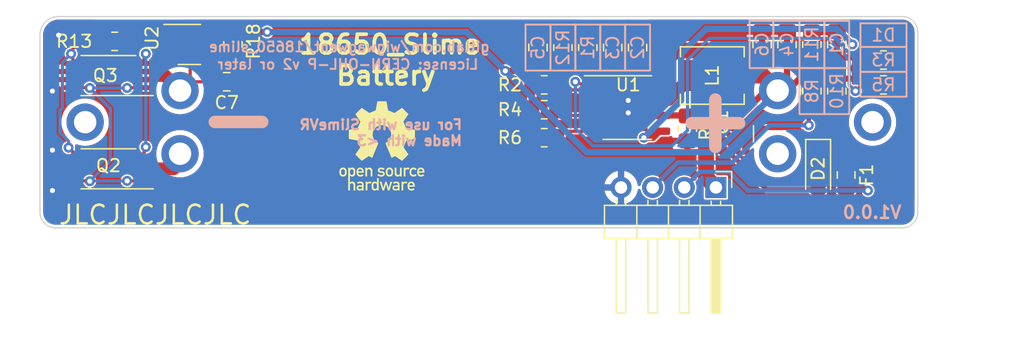
<source format=kicad_pcb>
(kicad_pcb (version 20221018) (generator pcbnew)
  (title_block (title "18650_Slime_battery") (date "2023-06-18") (rev "V1.0.0") (company "gitlab.com/wigwagwent/18650_slime") (comment 1 "Licensed under CERN-OHL-P v2 or later") (comment 2 "For use with SlimeVR and made with <3"))
  (layers (0 "F.Cu" signal) (31 "B.Cu" signal) (34 "B.Paste" user) (35 "F.Paste" user) (36 "B.SilkS" user "B.Silkscreen") (37 "F.SilkS" user "F.Silkscreen") (38 "B.Mask" user) (39 "F.Mask" user) (44 "Edge.Cuts" user))
  (net 0 "")
  (net 1 "GND")
  (net 2 "B_SENSE")
  (net 3 "+5P")
  (net 4 "+BATT")
  (net 5 "-BATT")
  (net 6 "Net-(U1-BAT)")
  (net 7 "+5V")
  (net 8 "Net-(C5-Pad2)")
  (net 9 "Net-(U2-VCC)")
  (net 10 "Net-(D1-A)")
  (net 11 "Net-(D2-K)")
  (net 12 "Net-(U1-SW)")
  (net 13 "Net-(Q2-D1{slash}D2-Pad1)")
  (net 14 "Net-(U1-TEST)")
  (net 15 "Net-(U1-D1)")
  (net 16 "Net-(U1-D2)")
  (net 17 "Net-(U1-NTC)")
  (net 18 "Net-(U1-ICHG)")
  (net 19 "Net-(U2-CS)")
  (net 20 "OD")
  (net 21 "OC")
  (footprint "Connector_PinHeader_2.54mm:PinHeader_1x04_P2.54mm_Horizontal" (layer "F.Cu") (at 107.29 68.8 -90)
    (fp_text reference "J1" hide)
    (fp_text value "Conn_01x04_Male")
    (pad "1" thru_hole rect locked (at 0 0 270) (size 1.7 1.7) (drill 1) (layers "*.Cu" "*.Mask") (net 7 "+5V"))
    (pad "2" thru_hole oval locked (at 0 2.54 270) (size 1.7 1.7) (drill 1) (layers "*.Cu" "*.Mask") (net 3 "+5P"))
    (pad "3" thru_hole oval locked (at 0 5.08 270) (size 1.7 1.7) (drill 1) (layers "*.Cu" "*.Mask") (net 2 "B_SENSE"))
    (pad "4" thru_hole oval locked (at 0 7.62 270) (size 1.7 1.7) (drill 1) (layers "*.Cu" "*.Mask") (net 1 "GND"))
  )
  (footprint "Resistor_SMD:R_0805_2012Metric_Pad1.20x1.40mm_HandSolder" (layer "F.Cu") (at 93.5 62.55 180)
    (fp_text reference "R4" (at 2.75 0) (layer "F.SilkS"))
    (fp_text value "1K")
    (pad "1" smd roundrect (at -1 0 180) (size 1.2 1.4) (layers "F.Cu" "F.Paste" "F.Mask") (roundrect_rratio 0.2083333333) (net 16 "Net-(U1-D2)"))
    (pad "2" smd roundrect (at 1 0 180) (size 1.2 1.4) (layers "F.Cu" "F.Paste" "F.Mask") (roundrect_rratio 0.2083333333) (net 4 "+BATT"))
  )
  (footprint "Resistor_SMD:R_0805_2012Metric_Pad1.20x1.40mm_HandSolder" (layer "F.Cu") (at 115 61.05 -90)
    (fp_text reference "R8" (at 0 0 -270) (layer "B.SilkS") (effects (justify mirror)))
    (fp_text value "120K")
    (pad "1" smd roundrect (at -1 0 270) (size 1.2 1.4) (layers "F.Cu" "F.Paste" "F.Mask") (roundrect_rratio 0.2083333333) (net 4 "+BATT"))
    (pad "2" smd roundrect (at 1 0 270) (size 1.2 1.4) (layers "F.Cu" "F.Paste" "F.Mask") (roundrect_rratio 0.2083333333) (net 2 "B_SENSE"))
  )
  (footprint "Capacitor_SMD:C_0805_2012Metric_Pad1.18x1.45mm_HandSolder" (layer "F.Cu") (at 93 57.55 90)
    (fp_text reference "C5" (at 0 0 -270) (layer "B.SilkS") (effects (justify mirror)))
    (fp_text value "10uF")
    (pad "1" smd roundrect (at -1.0375 0 90) (size 1.175 1.45) (layers "F.Cu" "F.Paste" "F.Mask") (roundrect_rratio 0.2127659574) (net 1 "GND"))
    (pad "2" smd roundrect (at 1.0375 0 90) (size 1.175 1.45) (layers "F.Cu" "F.Paste" "F.Mask") (roundrect_rratio 0.2127659574) (net 8 "Net-(C5-Pad2)"))
  )
  (footprint "Resistor_SMD:R_0805_2012Metric_Pad1.20x1.40mm_HandSolder" (layer "F.Cu") (at 95 57.55 -90)
    (fp_text reference "R12" (at 0 0 -270) (layer "B.SilkS") (effects (justify mirror)))
    (fp_text value "0.5R")
    (pad "1" smd roundrect (at -1 0 270) (size 1.2 1.4) (layers "F.Cu" "F.Paste" "F.Mask") (roundrect_rratio 0.2083333333) (net 8 "Net-(C5-Pad2)"))
    (pad "2" smd roundrect (at 1 0 270) (size 1.2 1.4) (layers "F.Cu" "F.Paste" "F.Mask") (roundrect_rratio 0.2083333333) (net 7 "+5V"))
  )
  (footprint "Resistor_SMD:R_0805_2012Metric_Pad1.20x1.40mm_HandSolder" (layer "F.Cu") (at 105 64.05 -90)
    (fp_text reference "R9" (at 0 -1.5 90) (layer "F.SilkS"))
    (fp_text value "DNP")
    (pad "1" smd roundrect (at -1 0 270) (size 1.2 1.4) (layers "F.Cu" "F.Paste" "F.Mask") (roundrect_rratio 0.2083333333) (net 18 "Net-(U1-ICHG)"))
    (pad "2" smd roundrect (at 1 0 270) (size 1.2 1.4) (layers "F.Cu" "F.Paste" "F.Mask") (roundrect_rratio 0.2083333333) (net 1 "GND"))
  )
  (footprint "Resistor_SMD:R_0805_2012Metric_Pad1.20x1.40mm_HandSolder" (layer "F.Cu") (at 68.5 57.3 -90)
    (fp_text reference "R18" (at -0.25 -1.65 90) (layer "F.SilkS"))
    (fp_text value "100R")
    (pad "1" smd roundrect (at -1 0 270) (size 1.2 1.4) (layers "F.Cu" "F.Paste" "F.Mask") (roundrect_rratio 0.2083333333) (net 4 "+BATT"))
    (pad "2" smd roundrect (at 1 0 270) (size 1.2 1.4) (layers "F.Cu" "F.Paste" "F.Mask") (roundrect_rratio 0.2083333333) (net 9 "Net-(U2-VCC)"))
  )
  (footprint "Resistor_SMD:R_0805_2012Metric_Pad1.20x1.40mm_HandSolder" (layer "F.Cu") (at 120.75 60.55 180)
    (fp_text reference "R5" (at 0 0) (layer "B.SilkS") (effects (justify mirror)))
    (fp_text value "DNP")
    (pad "1" smd roundrect (at -1 0 180) (size 1.2 1.4) (layers "F.Cu" "F.Paste" "F.Mask") (roundrect_rratio 0.2083333333) (net 1 "GND"))
    (pad "2" smd roundrect (at 1 0 180) (size 1.2 1.4) (layers "F.Cu" "F.Paste" "F.Mask") (roundrect_rratio 0.2083333333) (net 15 "Net-(U1-D1)"))
  )
  (footprint "Resistor_SMD:R_0805_2012Metric_Pad1.20x1.40mm_HandSolder" (layer "F.Cu") (at 117 61.05 90)
    (fp_text reference "R10" (at 0 0 -270) (layer "B.SilkS") (effects (justify mirror)))
    (fp_text value "30K")
    (pad "1" smd roundrect (at -1 0 90) (size 1.2 1.4) (layers "F.Cu" "F.Paste" "F.Mask") (roundrect_rratio 0.2083333333) (net 2 "B_SENSE"))
    (pad "2" smd roundrect (at 1 0 90) (size 1.2 1.4) (layers "F.Cu" "F.Paste" "F.Mask") (roundrect_rratio 0.2083333333) (net 1 "GND"))
  )
  (footprint "Package_SO:TSSOP-8_4.4x3mm_P0.65mm" (layer "F.Cu") (at 58.5 67.3 180)
    (fp_text reference "Q2" (at 0 0.25) (layer "F.SilkS"))
    (fp_text value "S8205A")
    (pad "1" smd roundrect (at -2.8625 -0.975 180) (size 1.475 0.4) (layers "F.Cu" "F.Paste" "F.Mask") (net 13 "Net-(Q2-D1{slash}D2-Pad1)"))
    (pad "2" smd roundrect (at -2.8625 -0.325 180) (size 1.475 0.4) (layers "F.Cu" "F.Paste" "F.Mask") (net 5 "-BATT"))
    (pad "3" smd roundrect (at -2.8625 0.325 180) (size 1.475 0.4) (layers "F.Cu" "F.Paste" "F.Mask") (net 5 "-BATT"))
    (pad "4" smd roundrect (at -2.8625 0.975 180) (size 1.475 0.4) (layers "F.Cu" "F.Paste" "F.Mask") (net 20 "OD"))
    (pad "5" smd roundrect (at 2.8625 0.975 180) (size 1.475 0.4) (layers "F.Cu" "F.Paste" "F.Mask") (net 21 "OC"))
    (pad "6" smd roundrect (at 2.8625 0.325 180) (size 1.475 0.4) (layers "F.Cu" "F.Paste" "F.Mask") (net 1 "GND"))
    (pad "7" smd roundrect (at 2.8625 -0.325 180) (size 1.475 0.4) (layers "F.Cu" "F.Paste" "F.Mask") (net 1 "GND"))
    (pad "8" smd roundrect (at 2.8625 -0.975 180) (size 1.475 0.4) (layers "F.Cu" "F.Paste" "F.Mask") (net 13 "Net-(Q2-D1{slash}D2-Pad1)"))
  )
  (footprint "Package_TO_SOT_SMD:SOT-23" (layer "F.Cu") (at 108.75 64.4875 90)
    (fp_text reference "Q1" (at 0.9375 -1 90) (layer "F.SilkS"))
    (fp_text value "CJ2305")
    (pad "1" smd roundrect (at -0.9375 -0.95 90) (size 1.475 0.6) (layers "F.Cu" "F.Paste" "F.Mask") (net 7 "+5V"))
    (pad "2" smd roundrect (at -0.9375 0.95 90) (size 1.475 0.6) (layers "F.Cu" "F.Paste" "F.Mask") (net 11 "Net-(D2-K)"))
    (pad "3" smd roundrect (at 0.9375 0 90) (size 1.475 0.6) (layers "F.Cu" "F.Paste" "F.Mask") (net 4 "+BATT"))
  )
  (footprint "Resistor_SMD:R_0805_2012Metric_Pad1.20x1.40mm_HandSolder" (layer "F.Cu") (at 115 57.3 90)
    (fp_text reference "R11" (at 0 0 -270) (layer "B.SilkS") (effects (justify mirror)))
    (fp_text value "0.5R")
    (pad "1" smd roundrect (at -1 0 90) (size 1.2 1.4) (layers "F.Cu" "F.Paste" "F.Mask") (roundrect_rratio 0.2083333333) (net 4 "+BATT"))
    (pad "2" smd roundrect (at 1 0 90) (size 1.2 1.4) (layers "F.Cu" "F.Paste" "F.Mask") (roundrect_rratio 0.2083333333) (net 6 "Net-(U1-BAT)"))
  )
  (footprint "Capacitor_SMD:C_0805_2012Metric_Pad1.18x1.45mm_HandSolder" (layer "F.Cu") (at 101 57.55 -90)
    (fp_text reference "C2" (at 0 0 -270) (layer "B.SilkS") (effects (justify mirror)))
    (fp_text value "22uF")
    (pad "1" smd roundrect (at -1.0375 0 270) (size 1.175 1.45) (layers "F.Cu" "F.Paste" "F.Mask") (roundrect_rratio 0.2127659574) (net 1 "GND"))
    (pad "2" smd roundrect (at 1.0375 0 270) (size 1.175 1.45) (layers "F.Cu" "F.Paste" "F.Mask") (roundrect_rratio 0.2127659574) (net 7 "+5V"))
  )
  (footprint "Capacitor_SMD:C_0805_2012Metric_Pad1.18x1.45mm_HandSolder" (layer "F.Cu") (at 113 57.3 90)
    (fp_text reference "C4" (at 0 0 -270) (layer "B.SilkS") (effects (justify mirror)))
    (fp_text value "22uF")
    (pad "1" smd roundrect (at -1.0375 0 90) (size 1.175 1.45) (layers "F.Cu" "F.Paste" "F.Mask") (roundrect_rratio 0.2127659574) (net 4 "+BATT"))
    (pad "2" smd roundrect (at 1.0375 0 90) (size 1.175 1.45) (layers "F.Cu" "F.Paste" "F.Mask") (roundrect_rratio 0.2127659574) (net 1 "GND"))
  )
  (footprint "Resistor_SMD:R_0805_2012Metric_Pad1.20x1.40mm_HandSolder" (layer "F.Cu") (at 97 57.55 90)
    (fp_text reference "R1" (at 0 0 -270) (layer "B.SilkS") (effects (justify mirror)))
    (fp_text value "120K")
    (pad "1" smd roundrect (at -1 0 90) (size 1.2 1.4) (layers "F.Cu" "F.Paste" "F.Mask") (roundrect_rratio 0.2083333333) (net 7 "+5V"))
    (pad "2" smd roundrect (at 1 0 90) (size 1.2 1.4) (layers "F.Cu" "F.Paste" "F.Mask") (roundrect_rratio 0.2083333333) (net 1 "GND"))
  )
  (footprint "Diode_SMD:D_SOD-123" (layer "F.Cu") (at 115.5 67.3 -90)
    (fp_text reference "D2" (at 0 0 90) (layer "F.SilkS"))
    (fp_text value "B5819W")
    (pad "1" smd roundrect (at -1.65 0 270) (size 0.9 1.2) (layers "F.Cu" "F.Paste" "F.Mask") (net 11 "Net-(D2-K)"))
    (pad "2" smd roundrect (at 1.65 0 270) (size 0.9 1.2) (layers "F.Cu" "F.Paste" "F.Mask") (net 7 "+5V"))
  )
  (footprint "Capacitor_SMD:C_0805_2012Metric_Pad1.18x1.45mm_HandSolder" (layer "F.Cu") (at 68 60.3 180)
    (fp_text reference "C7" (at 0 -1.68) (layer "F.SilkS"))
    (fp_text value "100nF")
    (pad "1" smd roundrect (at -1.0375 0 180) (size 1.175 1.45) (layers "F.Cu" "F.Paste" "F.Mask") (roundrect_rratio 0.2127659574) (net 9 "Net-(U2-VCC)"))
    (pad "2" smd roundrect (at 1.0375 0 180) (size 1.175 1.45) (layers "F.Cu" "F.Paste" "F.Mask") (roundrect_rratio 0.2127659574) (net 5 "-BATT"))
  )
  (footprint "Capacitor_SMD:C_0805_2012Metric_Pad1.18x1.45mm_HandSolder" (layer "F.Cu") (at 99 57.55 -90)
    (fp_text reference "C3" (at 0 0 -270) (layer "B.SilkS") (effects (justify mirror)))
    (fp_text value "10uF")
    (pad "1" smd roundrect (at -1.0375 0 270) (size 1.175 1.45) (layers "F.Cu" "F.Paste" "F.Mask") (roundrect_rratio 0.2127659574) (net 1 "GND"))
    (pad "2" smd roundrect (at 1.0375 0 270) (size 1.175 1.45) (layers "F.Cu" "F.Paste" "F.Mask") (roundrect_rratio 0.2127659574) (net 7 "+5V"))
  )
  (footprint "18650_Slime:IP2312" (layer "F.Cu") (at 100.175 62.375)
    (fp_text reference "U1" (at 0.075 -1.825) (layer "F.SilkS"))
    (fp_text value "IP2312")
    (pad "1" smd roundrect (at -2.6 -1.905) (size 1.7 0.6) (layers "F.Cu" "F.Paste" "F.Mask") (net 15 "Net-(U1-D1)"))
    (pad "2" smd roundrect (at -2.6 -0.635) (size 1.7 0.6) (layers "F.Cu" "F.Paste" "F.Mask") (net 14 "Net-(U1-TEST)"))
    (pad "3" smd roundrect (at -2.6 0.635) (size 1.7 0.6) (layers "F.Cu" "F.Paste" "F.Mask") (net 16 "Net-(U1-D2)"))
    (pad "4" smd roundrect (at -2.6 1.905) (size 1.7 0.6) (layers "F.Cu" "F.Paste" "F.Mask") (net 17 "Net-(U1-NTC)"))
    (pad "5" smd roundrect (at 2.6 1.905) (size 1.7 0.6) (layers "F.Cu" "F.Paste" "F.Mask") (net 6 "Net-(U1-BAT)"))
    (pad "6" smd roundrect (at 2.6 0.635) (size 1.7 0.6) (layers "F.Cu" "F.Paste" "F.Mask") (net 18 "Net-(U1-ICHG)"))
    (pad "7" smd roundrect (at 2.6 -0.635) (size 1.7 0.6) (layers "F.Cu" "F.Paste" "F.Mask") (net 12 "Net-(U1-SW)"))
    (pad "8" smd roundrect (at 2.6 -1.905) (size 1.7 0.6) (layers "F.Cu" "F.Paste" "F.Mask") (net 7 "+5V"))
    (pad "9" smd rect (at 0 0) (size 2.3 2.3) (layers "F.Cu" "F.Mask") (net 1 "GND"))
  )
  (footprint "Capacitor_SMD:C_0805_2012Metric_Pad1.18x1.45mm_HandSolder" (layer "F.Cu") (at 117 57.3 -90)
    (fp_text reference "C1" (at 0 0 -270) (layer "B.SilkS") (effects (justify mirror)))
    (fp_text value "22uF")
    (pad "1" smd roundrect (at -1.0375 0 270) (size 1.175 1.45) (layers "F.Cu" "F.Paste" "F.Mask") (roundrect_rratio 0.2127659574) (net 6 "Net-(U1-BAT)"))
    (pad "2" smd roundrect (at 1.0375 0 270) (size 1.175 1.45) (layers "F.Cu" "F.Paste" "F.Mask") (roundrect_rratio 0.2127659574) (net 1 "GND"))
  )
  (footprint "Resistor_SMD:R_0805_2012Metric_Pad1.20x1.40mm_HandSolder" (layer "F.Cu") (at 93.5 60.55 180)
    (fp_text reference "R2" (at 2.75 0) (layer "F.SilkS"))
    (fp_text value "1K")
    (pad "1" smd roundrect (at -1 0 180) (size 1.2 1.4) (layers "F.Cu" "F.Paste" "F.Mask") (roundrect_rratio 0.2083333333) (net 14 "Net-(U1-TEST)"))
    (pad "2" smd roundrect (at 1 0 180) (size 1.2 1.4) (layers "F.Cu" "F.Paste" "F.Mask") (roundrect_rratio 0.2083333333) (net 4 "+BATT"))
  )
  (footprint "Fuse:Fuse_0805_2012Metric_Pad1.15x1.40mm_HandSolder" (layer "F.Cu") (at 117.75 67.8 -90)
    (fp_text reference "F1" (at 0 -1.65 90) (layer "F.SilkS"))
    (fp_text value "350mA")
    (pad "1" smd roundrect (at -1.025 0 270) (size 1.15 1.4) (layers "F.Cu" "F.Paste" "F.Mask") (roundrect_rratio 0.2173913043) (net 11 "Net-(D2-K)"))
    (pad "2" smd roundrect (at 1.025 0 270) (size 1.15 1.4) (layers "F.Cu" "F.Paste" "F.Mask") (roundrect_rratio 0.2173913043) (net 3 "+5P"))
  )
  (footprint "Package_TO_SOT_SMD:SOT-23-6_Handsoldering" (layer "F.Cu") (at 65 57.3)
    (fp_text reference "U2" (at -3 -0.5 90) (layer "F.SilkS"))
    (fp_text value "FS312F-G")
    (pad "1" smd rect (at -1.35 -0.95) (size 1.56 0.65) (layers "F.Cu" "F.Paste" "F.Mask") (net 20 "OD"))
    (pad "2" smd rect (at -1.35 0) (size 1.56 0.65) (layers "F.Cu" "F.Paste" "F.Mask") (net 19 "Net-(U2-CS)"))
    (pad "3" smd rect (at -1.35 0.95) (size 1.56 0.65) (layers "F.Cu" "F.Paste" "F.Mask") (net 21 "OC"))
    (pad "4" smd rect (at 1.35 0.95) (size 1.56 0.65) (layers "F.Cu" "F.Paste" "F.Mask"))
    (pad "5" smd rect (at 1.35 0) (size 1.56 0.65) (layers "F.Cu" "F.Paste" "F.Mask") (net 9 "Net-(U2-VCC)"))
    (pad "6" smd rect (at 1.35 -0.95) (size 1.56 0.65) (layers "F.Cu" "F.Paste" "F.Mask") (net 5 "-BATT"))
  )
  (footprint "Package_SO:TSSOP-8_4.4x3mm_P0.65mm" (layer "F.Cu") (at 58.5 59.8 180)
    (fp_text reference "Q3" (at 0.25 0) (layer "F.SilkS"))
    (fp_text value "S8205A")
    (pad "1" smd roundrect (at -2.8625 -0.975 180) (size 1.475 0.4) (layers "F.Cu" "F.Paste" "F.Mask") (net 13 "Net-(Q2-D1{slash}D2-Pad1)"))
    (pad "2" smd roundrect (at -2.8625 -0.325 180) (size 1.475 0.4) (layers "F.Cu" "F.Paste" "F.Mask") (net 5 "-BATT"))
    (pad "3" smd roundrect (at -2.8625 0.325 180) (size 1.475 0.4) (layers "F.Cu" "F.Paste" "F.Mask") (net 5 "-BATT"))
    (pad "4" smd roundrect (at -2.8625 0.975 180) (size 1.475 0.4) (layers "F.Cu" "F.Paste" "F.Mask") (net 20 "OD"))
    (pad "5" smd roundrect (at 2.8625 0.975 180) (size 1.475 0.4) (layers "F.Cu" "F.Paste" "F.Mask") (net 21 "OC"))
    (pad "6" smd roundrect (at 2.8625 0.325 180) (size 1.475 0.4) (layers "F.Cu" "F.Paste" "F.Mask") (net 1 "GND"))
    (pad "7" smd roundrect (at 2.8625 -0.325 180) (size 1.475 0.4) (layers "F.Cu" "F.Paste" "F.Mask") (net 1 "GND"))
    (pad "8" smd roundrect (at 2.8625 -0.975 180) (size 1.475 0.4) (layers "F.Cu" "F.Paste" "F.Mask") (net 13 "Net-(Q2-D1{slash}D2-Pad1)"))
  )
  (footprint "Resistor_SMD:R_0805_2012Metric_Pad1.20x1.40mm_HandSolder" (layer "F.Cu") (at 59 57.05)
    (fp_text reference "R13" (at -3.25 0) (layer "F.SilkS"))
    (fp_text value "1K")
    (pad "1" smd roundrect (at -1 0) (size 1.2 1.4) (layers "F.Cu" "F.Paste" "F.Mask") (roundrect_rratio 0.2083333333) (net 1 "GND"))
    (pad "2" smd roundrect (at 1 0) (size 1.2 1.4) (layers "F.Cu" "F.Paste" "F.Mask") (roundrect_rratio 0.2083333333) (net 19 "Net-(U2-CS)"))
  )
  (footprint "Resistor_SMD:R_0805_2012Metric_Pad1.20x1.40mm_HandSolder" (layer "F.Cu") (at 120.75 58.55 180)
    (fp_text reference "R3" (at 0 0 -360) (layer "B.SilkS") (effects (justify mirror)))
    (fp_text value "100R")
    (pad "1" smd roundrect (at -1 0 180) (size 1.2 1.4) (layers "F.Cu" "F.Paste" "F.Mask") (roundrect_rratio 0.2083333333) (net 10 "Net-(D1-A)"))
    (pad "2" smd roundrect (at 1 0 180) (size 1.2 1.4) (layers "F.Cu" "F.Paste" "F.Mask") (roundrect_rratio 0.2083333333) (net 15 "Net-(U1-D1)"))
  )
  (footprint "18650_Slime:SMMS0420" (layer "F.Cu") (at 107 59.8)
    (fp_text reference "L1" (at 0 0 90) (layer "F.SilkS"))
    (fp_text value "1uH")
    (pad "1" smd rect (at -1.85 0) (size 1.5 2.5) (layers "F.Cu" "F.Paste" "F.Mask") (net 12 "Net-(U1-SW)"))
    (pad "2" smd rect (at 1.85 0) (size 1.5 2.5) (layers "F.Cu" "F.Paste" "F.Mask") (net 4 "+BATT"))
  )
  (footprint "LED_SMD:LED_0805_2012Metric_Pad1.15x1.40mm_HandSolder" (layer "F.Cu") (at 120.75 56.55)
    (fp_text reference "D1" (at 0 0 -360) (layer "B.SilkS") (effects (justify mirror)))
    (fp_text value "LED")
    (pad "1" smd roundrect (at -1.025 0) (size 1.15 1.4) (layers "F.Cu" "F.Paste" "F.Mask") (roundrect_rratio 0.2173913043) (net 1 "GND"))
    (pad "2" smd roundrect (at 1.025 0) (size 1.15 1.4) (layers "F.Cu" "F.Paste" "F.Mask") (roundrect_rratio 0.2173913043) (net 10 "Net-(D1-A)"))
  )
  (footprint "18650_Slime:OpenSourceLogo" (layer "F.Cu") (at 80.6 65.2)
    (fp_text reference "G***" hide)
    (fp_text value "LOGO" hide)
  )
  (footprint "Capacitor_SMD:C_0805_2012Metric_Pad1.18x1.45mm_HandSolder" (layer "F.Cu") (at 111 57.3 90)
    (fp_text reference "C6" (at 0 0 -270) (layer "B.SilkS") (effects (justify mirror)))
    (fp_text value "470nF")
    (pad "1" smd roundrect (at -1.0375 0 90) (size 1.175 1.45) (layers "F.Cu" "F.Paste" "F.Mask") (roundrect_rratio 0.2127659574) (net 4 "+BATT"))
    (pad "2" smd roundrect (at 1.0375 0 90) (size 1.175 1.45) (layers "F.Cu" "F.Paste" "F.Mask") (roundrect_rratio 0.2127659574) (net 1 "GND"))
  )
  (footprint "Resistor_SMD:R_0805_2012Metric_Pad1.20x1.40mm_HandSolder" (layer "F.Cu") (at 93.5 64.8 180)
    (fp_text reference "R6" (at 2.75 0) (layer "F.SilkS"))
    (fp_text value "51K")
    (pad "1" smd roundrect (at -1 0 180) (size 1.2 1.4) (layers "F.Cu" "F.Paste" "F.Mask") (roundrect_rratio 0.2083333333) (net 17 "Net-(U1-NTC)"))
    (pad "2" smd roundrect (at 1 0 180) (size 1.2 1.4) (layers "F.Cu" "F.Paste" "F.Mask") (roundrect_rratio 0.2083333333) (net 1 "GND"))
  )
  (footprint "18650_Slime:18650_Battery" (layer "B.Cu") (at 88.25 63.55 180)
    (fp_text reference "B1" hide)
    (fp_text value "Battery")
    (fp_text user locked "-" (at 15.55 -2.55 unlocked) (layer "B.SilkS") (effects (font (size 5 5) (thickness 1) bold) (justify left bottom mirror)))
    (fp_text user locked "+" (at -22.75 -2.65 unlocked) (layer "B.SilkS") (effects (font (size 5 5) (thickness 1) bold) (justify left bottom mirror)))
    (pad "1" thru_hole circle locked (at -31.62 0 180) (size 3 3) (drill 1.8) (layers "*.Cu" "*.Mask") (net 4 "+BATT") (clearance 0.4))
    (pad "1" thru_hole circle locked (at -24 -2.54 180) (size 3 3) (drill 1.8) (layers "*.Cu" "*.Mask") (net 4 "+BATT") (clearance 0.4))
    (pad "1" thru_hole circle locked (at -24 2.54 180) (size 3 3) (drill 1.8) (layers "*.Cu" "*.Mask") (net 4 "+BATT") (clearance 0.4))
    (pad "2" thru_hole circle locked (at 24 -2.54 180) (size 3 3) (drill 1.8) (layers "*.Cu" "*.Mask") (net 5 "-BATT") (clearance 0.4))
    (pad "2" thru_hole circle locked (at 24 2.54 180) (size 3 3) (drill 1.8) (layers "*.Cu" "*.Mask") (net 5 "-BATT") (clearance 0.4))
    (pad "2" thru_hole circle locked (at 31.62 0 180) (size 3 3) (drill 1.8) (layers "*.Cu" "*.Mask") (net 5 "-BATT") (clearance 0.4))
  )
  (gr_rect (start 118.9 59.5) (end 122.6 61.5) (stroke (width 0.1524)) (fill none) (layer "B.SilkS"))
  (gr_rect (start 111.9 55.4) (end 114 59.2) (stroke (width 0.1524)) (fill none) (layer "B.SilkS"))
  (gr_rect (start 116 59.2) (end 118 62.9) (stroke (width 0.1524)) (fill none) (layer "B.SilkS"))
  (gr_rect (start 114 55.4) (end 116 59.2) (stroke (width 0.1524)) (fill none) (layer "B.SilkS"))
  (gr_rect (start 94 55.7) (end 96 59.4) (stroke (width 0.1524)) (fill none) (layer "B.SilkS"))
  (gr_rect (start 118.9 55.6) (end 122.6 57.5) (stroke (width 0.1524)) (fill none) (layer "B.SilkS"))
  (gr_rect (start 96 55.7) (end 98 59.4) (stroke (width 0.1524)) (fill none) (layer "B.SilkS"))
  (gr_rect (start 114 59.2) (end 116 62.9) (stroke (width 0.1524)) (fill none) (layer "B.SilkS"))
  (gr_rect (start 118.9 57.5) (end 122.6 59.5) (stroke (width 0.1524)) (fill none) (layer "B.SilkS"))
  (gr_rect (start 100 55.7) (end 102 59.4) (stroke (width 0.1524)) (fill none) (layer "B.SilkS"))
  (gr_rect (start 98 55.7) (end 100 59.4) (stroke (width 0.1524)) (fill none) (layer "B.SilkS"))
  (gr_rect (start 116 55.4) (end 118 59.2) (stroke (width 0.1524)) (fill none) (layer "B.SilkS"))
  (gr_rect (start 110 55.4) (end 111.9 59.2) (stroke (width 0.1524)) (fill none) (layer "B.SilkS"))
  (gr_rect (start 92 55.7) (end 94 59.4) (stroke (width 0.1524)) (fill none) (layer "B.SilkS"))
  (gr_line locked (start 53 70.8) (end 53 56.55) (stroke (width 0.1)) (layer "Edge.Cuts"))
  (gr_line locked (start 54.5 55.05) (end 122.25 55.05) (stroke (width 0.1)) (layer "Edge.Cuts"))
  (gr_line locked (start 123.5 56.3) (end 123.5 70.8) (stroke (width 0.1)) (layer "Edge.Cuts"))
  (gr_line locked (start 122.25 72.05) (end 54.25 72.05) (stroke (width 0.1)) (layer "Edge.Cuts"))
  (gr_arc locked (start 54.25 72.05) (mid 53.366117 71.683883) (end 53 70.8) (stroke (width 0.1)) (layer "Edge.Cuts"))
  (gr_arc locked (start 122.25 55.05) (mid 123.133883 55.416117) (end 123.5 56.3) (stroke (width 0.1)) (layer "Edge.Cuts"))
  (gr_arc locked (start 53 56.55) (mid 53.43934 55.48934) (end 54.5 55.05) (stroke (width 0.1)) (layer "Edge.Cuts"))
  (gr_arc locked (start 123.5 70.8) (mid 123.133883 71.683883) (end 122.25 72.05) (stroke (width 0.1)) (layer "Edge.Cuts"))
  (gr_text "gitlab.com/wigwagwent/18650_slime\n" (at 89.2 57.5) (layer "B.SilkS") (effects (font (size 0.8 0.8) (thickness 0.16002)) (justify left mirror)))
  (gr_text "License: CERN-OHL-P v2 or later" (at 88.3 58.9) (layer "B.SilkS") (effects (font (size 0.8 0.8) (thickness 0.16002)) (justify left mirror)))
  (gr_text "${REVISION}" (at 122.3 70.8) (layer "B.SilkS") (effects (font (size 1 1) (thickness 0.2)) (justify left mirror)))
  (gr_text "For use with SlimeVR\nMade with <3" (at 87 64.4) (layer "B.SilkS") (effects (font (size 0.8 0.8) (thickness 0.1875) bold) (justify left mirror)))
  (gr_text "18650_Slime" (at 81.1 57.3) (layer "F.SilkS") (effects (font (size 1.5 1.5) (thickness 0.3) bold)))
  (gr_text "Battery" (at 80.8 59.8) (layer "F.SilkS") (effects (font (size 1.5 1.5) (thickness 0.3) bold)))
  (gr_text "JLCJLCJLCJLC" (at 62.25 71) (layer "F.SilkS") (effects (font (size 1.5 1.5) (thickness 0.2))))
  (segment (start 120.6548 59.4548) (end 121.75 60.55) (width 0.3556) (layer "F.Cu") (net 1))
  (segment (start 100.175 62.375) (end 100 62.55) (width 0.508) (layer "F.Cu") (net 1))
  (segment (start 100.4755 62.511844) (end 100.25 62.8) (width 0.508) (layer "F.Cu") (net 1))
  (segment (start 99.75 62.8) (end 99.75 63.8) (width 0.508) (layer "F.Cu") (net 1))
  (segment (start 116.729869 58.3375) (end 115.692369 57.3) (width 0.508) (layer "F.Cu") (net 1))
  (segment (start 119.725 56.55) (end 120.6548 57.4798) (width 0.3556) (layer "F.Cu") (net 1))
  (segment (start 100.25 61.8) (end 99.75 62.8) (width 0.508) (layer "F.Cu") (net 1))
  (segment (start 115.692369 57.3) (end 114.0375 57.3) (width 0.508) (layer "F.Cu") (net 1))
  (segment (start 95.981 57.569) (end 97 56.55) (width 0.508) (layer "F.Cu") (net 1))
  (segment (start 101 56.5125) (end 99 56.5125) (width 0.508) (layer "F.Cu") (net 1))
  (segment (start 100.175 62.375) (end 100.25 61.8) (width 0.508) (layer "F.Cu") (net 1))
  (segment (start 99 64.05) (end 99 64.55) (width 0.508) (layer "F.Cu") (net 1))
  (segment (start 99 56.5125) (end 97.0375 56.5125) (width 0.508) (layer "F.Cu") (net 1))
  (segment (start 100.4755 62.511844) (end 100.211844 62.511844) (width 0.508) (layer "F.Cu") (net 1))
  (segment (start 100.25 62.8) (end 100.4755 62.7755) (width 0.508) (layer "F.Cu") (net 1))
  (segment (start 119.725 56.821738) (end 118.209238 58.3375) (width 0.3556) (layer "F.Cu") (net 1))
  (segment (start 114.0375 57.3) (end 113 56.2625) (width 0.508) (layer "F.Cu") (net 1))
  (segment (start 99.75 62.55) (end 99.75 62.8) (width 0.508) (layer "F.Cu") (net 1))
  (segment (start 100.175 62.475) (end 100.175 62.375) (width 0.508) (layer "F.Cu") (net 1))
  (segment (start 120.6548 57.4798) (end 120.6548 59.4548) (width 0.3556) (layer "F.Cu") (net 1))
  (segment (start 99.75 62.8) (end 99 63.55) (width 0.508) (layer "F.Cu") (net 1))
  (segment (start 97.0375 56.5125) (end 97 56.55) (width 0.508) (layer "F.Cu") (net 1))
  (segment (start 100.211844 62.511844) (end 100.175 62.475) (width 0.508) (layer "F.Cu") (net 1))
  (segment (start 117 60.05) (end 117 58.3375) (width 0.3556) (layer "F.Cu") (net 1))
  (segment (start 119.725 56.55) (end 119.725 56.821738) (width 0.3556) (layer "F.Cu") (net 1))
  (segment (start 101.25 63.55) (end 100.572749 64.227251) (width 0.508) (layer "F.Cu") (net 1))
  (segment (start 118.209238 58.3375) (end 117 58.3375) (width 0.3556) (layer "F.Cu") (net 1))
  (segment (start 94.0185 57.569) (end 95.981 57.569) (width 0.508) (layer "F.Cu") (net 1))
  (segment (start 93 58.5875) (end 94.0185 57.569) (width 0.508) (layer "F.Cu") (net 1))
  (segment (start 100.4755 62.7755) (end 101.25 63.55) (width 0.508) (layer "F.Cu") (net 1))
  (segment (start 100.572749 64.227251) (end 100.572749 64.977251) (width 0.508) (layer "F.Cu") (net 1))
  (segment (start 111 56.2625) (end 101.25 56.2625) (width 0.508) (layer "F.Cu") (net 1))
  (segment (start 117 58.3375) (end 116.729869 58.3375) (width 0.508) (layer "F.Cu") (net 1))
  (segment (start 99 63.55) (end 99 64.05) (width 0.508) (layer "F.Cu") (net 1))
  (segment (start 113 56.2625) (end 111 56.2625) (width 0.508) (layer "F.Cu") (net 1))
  (segment (start 100.572749 64.977251) (end 101.395499 65.8) (width 0.508) (layer "F.Cu") (net 1))
  (segment (start 99.75 63.8) (end 99.75 65.55) (width 0.508) (layer "F.Cu") (net 1))
  (segment (start 101.25 56.2625) (end 101 56.5125) (width 0.508) (layer "F.Cu") (net 1))
  (segment (start 100 62.55) (end 99.75 62.55) (width 0.508) (layer "F.Cu") (net 1))
  (via (at 54.5 56.55) (size 0.8) (drill 0.4) (layers "F.Cu" "B.Cu") (net 1))
  (via (at 54 65.8) (size 0.8) (drill 0.4) (layers "F.Cu" "B.Cu") (net 1))
  (via (at 100.25 62.8) (size 0.8) (drill 0.4) (layers "F.Cu" "B.Cu") (net 1))
  (via (at 54 69.05) (size 0.8) (drill 0.4) (layers "F.Cu" "B.Cu") (net 1))
  (via (at 54 61.05) (size 0.8) (drill 0.4) (layers "F.Cu" "B.Cu") (net 1))
  (via (at 100.25 61.8) (size 0.8) (drill 0.4) (layers "F.Cu" "B.Cu") (net 1))
  (segment (start 114.75 62.3) (end 115 62.05) (width 0.3556) (layer "F.Cu") (net 2))
  (segment (start 117 62.05) (end 115 62.05) (width 0.3556) (layer "F.Cu") (net 2))
  (segment (start 114.75 63.8) (end 114.75 62.3) (width 0.3556) (layer "F.Cu") (net 2))
  (via (at 114.75 63.8) (size 0.8) (drill 0.4) (layers "F.Cu" "B.Cu") (net 2))
  (segment (start 114.75 63.8) (end 111.601547 63.8) (width 0.3556) (layer "B.Cu") (net 2))
  (segment (start 111.601547 63.8) (end 108.601547 66.8) (width 0.3556) (layer "B.Cu") (net 2))
  (segment (start 108.601547 66.8) (end 104.21 66.8) (width 0.3556) (layer "B.Cu") (net 2))
  (segment (start 104.21 66.8) (end 102.21 68.8) (width 0.3556) (layer "B.Cu") (net 2))
  (segment (start 119.275 68.825) (end 119.5 69.05) (width 0.3556) (layer "F.Cu") (net 3))
  (segment (start 117.75 68.825) (end 119.275 68.825) (width 0.3556) (layer "F.Cu") (net 3))
  (via (at 119.5 69.05) (size 0.8) (drill 0.4) (layers "F.Cu" "B.Cu") (net 3))
  (segment (start 109.8496 69.05) (end 108.3496 67.55) (width 0.3556) (layer "B.Cu") (net 3))
  (segment (start 119.5 69.05) (end 109.8496 69.05) (width 0.3556) (layer "B.Cu") (net 3))
  (segment (start 106 67.55) (end 104.75 68.8) (width 0.3556) (layer "B.Cu") (net 3))
  (segment (start 108.3496 67.55) (end 106 67.55) (width 0.3556) (layer "B.Cu") (net 3))
  (segment (start 113 60.26) (end 112.25 61.01) (width 0.508) (layer "F.Cu") (net 4))
  (segment (start 92.5 60.55) (end 92.5 62.55) (width 0.508) (layer "F.Cu") (net 4))
  (segment (start 115 59.05) (end 113.04 61.01) (width 0.508) (layer "F.Cu") (net 4))
  (segment (start 111.29 61.01) (end 108.75 63.55) (width 0.508) (layer "F.Cu") (net 4))
  (segment (start 91.375 59.425) (end 92.5 60.55) (width 0.508) (layer "F.Cu") (net 4))
  (segment (start 111.04 59.8) (end 112.25 61.01) (width 1.27) (layer "F.Cu") (net 4))
  (segment (start 112.25 61.01) (end 111.29 61.01) (width 0.508) (layer "F.Cu") (net 4))
  (segment (start 90.375 59.425) (end 91.375 59.425) (width 0.508) (layer "F.Cu") (net 4))
  (segment (start 71.25 56.3) (end 68.5 56.3) (width 0.508) (layer "F.Cu") (net 4))
  (segment (start 111.04 59.8) (end 111.04 58.3775) (width 0.508) (layer "F.Cu") (net 4))
  (segment (start 113.04 61.01) (end 112.25 61.01) (width 0.508) (layer "F.Cu") (net 4))
  (segment (start 113 58.3375) (end 113 60.26) (width 0.508) (layer "F.Cu") (net 4))
  (segment (start 108.85 59.8) (end 111.04 59.8) (width 1.27) (layer "F.Cu") (net 4))
  (segment (start 115 58.3) (end 115 59.05) (width 0.508) (layer "F.Cu") (net 4))
  (via (at 71.25 56.3) (size 0.8) (drill 0.4) (layers "F.Cu" "B.Cu") (net 4))
  (via (at 90.375 59.425) (size 0.8) (drill 0.4) (layers "F.Cu" "B.Cu") (net 4))
  (segment (start 87.25 56.3) (end 71.25 56.3) (width 0.508) (layer "B.Cu") (net 4))
  (segment (start 90.375 59.425) (end 87.25 56.3) (width 0.508) (layer "B.Cu") (net 4))
  (segment (start 107.298001 65.961999) (end 112.25 61.01) (width 0.508) (layer "B.Cu") (net 4))
  (segment (start 96.911999 65.961999) (end 107.298001 65.961999) (width 0.508) (layer "B.Cu") (net 4))
  (segment (start 90.375 59.425) (end 96.911999 65.961999) (width 0.508) (layer "B.Cu") (net 4))
  (segment (start 62.175 66.975) (end 62.25 67.05) (width 0.4572) (layer "F.Cu") (net 5))
  (segment (start 63.75 67.3) (end 62.25 67.3) (width 1.016) (layer "F.Cu") (net 5))
  (segment (start 65.45 56.35) (end 65.065 56.735) (width 0.254) (layer "F.Cu") (net 5))
  (segment (start 66.9625 60.3) (end 64.96 60.3) (width 0.254) (layer "F.Cu") (net 5))
  (segment (start 62.25 59.55) (end 62.25 59.8) (width 0.4572) (layer "F.Cu") (net 5))
  (segment (start 62.25 67.3) (end 62.25 67.55) (width 0.4572) (layer "F.Cu") (net 5))
  (segment (start 61.3625 59.475) (end 62.175 59.475) (width 0.4572) (layer "F.Cu") (net 5))
  (segment (start 65.065 60.195) (end 64.25 61.01) (width 0.254) (layer "F.Cu") (net 5))
  (segment (start 62.175 60.125) (end 62.25 60.05) (width 0.4572) (layer "F.Cu") (net 5))
  (segment (start 64.96 60.3) (end 64.25 61.01) (width 0.254) (layer "F.Cu") (net 5))
  (segment (start 64.25 61.01) (end 63.04 59.8) (width 1.016) (layer "F.Cu") (net 5))
  (segment (start 64.25 66.8) (end 63.75 67.3) (width 1.016) (layer "F.Cu") (net 5))
  (segment (start 62.25 67.05) (end 62.25 67.3) (width 0.4572) (layer "F.Cu") (net 5))
  (segment (start 61.3625 60.125) (end 62.175 60.125) (width 0.4572) (layer "F.Cu") (net 5))
  (segment (start 66.35 56.35) (end 65.45 56.35) (width 0.254) (layer "F.Cu") (net 5))
  (segment (start 62.175 59.475) (end 62.25 59.55) (width 0.4572) (layer "F.Cu") (net 5))
  (segment (start 63.04 59.8) (end 62.25 59.8) (width 1.016) (layer "F.Cu") (net 5))
  (segment (start 65.065 56.735) (end 65.065 60.195) (width 0.254) (layer "F.Cu") (net 5))
  (segment (start 62.25 59.8) (end 62.25 60.05) (width 0.4572) (layer "F.Cu") (net 5))
  (segment (start 61.3625 67.625) (end 62.175 67.625) (width 0.4572) (layer "F.Cu") (net 5))
  (segment (start 62.175 67.625) (end 62.25 67.55) (width 0.4572) (layer "F.Cu") (net 5))
  (segment (start 61.3625 66.975) (end 62.175 66.975) (width 0.4572) (layer "F.Cu") (net 5))
  (segment (start 64.25 66.09) (end 64.25 66.8) (width 1.016) (layer "F.Cu") (net 5))
  (segment (start 118.25 57.3) (end 117.2125 56.2625) (width 0.508) (layer "F.Cu") (net 6))
  (segment (start 102.255 64.8) (end 102.775 64.28) (width 0.508) (layer "F.Cu") (net 6))
  (segment (start 115 56.3) (end 116.9625 56.3) (width 0.508) (layer "F.Cu") (net 6))
  (segment (start 117.2125 56.2625) (end 117 56.2625) (width 0.508) (layer "F.Cu") (net 6))
  (segment (start 116.9625 56.3) (end 117 56.2625) (width 0.508) (layer "F.Cu") (net 6))
  (segment (start 101.5 64.8) (end 102.255 64.8) (width 0.508) (layer "F.Cu") (net 6))
  (via (at 118.25 57.3) (size 0.8) (drill 0.4) (layers "F.Cu" "B.Cu") (net 6))
  (via (at 101.5 64.8) (size 0.8) (drill 0.4) (layers "F.Cu" "B.Cu") (net 6))
  (segment (start 101.5 64.8) (end 104.5 61.8) (width 0.508) (layer "B.Cu") (net 6))
  (segment (start 104.5 61.8) (end 104.5 58.05) (width 0.508) (layer "B.Cu") (net 6))
  (segment (start 104.5 58.05) (end 106.5 56.05) (width 0.508) (layer "B.Cu") (net 6))
  (segment (start 117 56.05) (end 118.25 57.3) (width 0.508) (layer "B.Cu") (net 6))
  (segment (start 106.5 56.05) (end 117 56.05) (width 0.508) (layer "B.Cu") (net 6))
  (segment (start 102.775 60.47) (end 102.17 60.47) (width 1.016) (layer "F.Cu") (net 7))
  (segment (start 101.75 60.05) (end 101 59.3) (width 0.508) (layer "F.Cu") (net 7))
  (segment (start 111.325 68.95) (end 107.8 65.425) (width 0.3556) (layer "F.Cu") (net 7))
  (segment (start 98.9625 58.55) (end 99 58.5875) (width 0.508) (layer "F.Cu") (net 7))
  (segment (start 102.17 60.47) (end 101.75 60.05) (width 1.016) (layer "F.Cu") (net 7))
  (segment (start 107.8 65.425) (end 106.625 65.425) (width 0.3556) (layer "F.Cu") (net 7))
  (segment (start 101 59.3) (end 101 58.5875) (width 0.508) (layer "F.Cu") (net 7))
  (segment (start 97 58.55) (end 95 58.55) (width 0.508) (layer "F.Cu") (net 7))
  (segment (start 106.662 61.812) (end 106.662 57.788) (width 1.27) (layer "F.Cu") (net 7))
  (segment (start 106.5 65.55) (end 106.5 61.974) (width 1.27) (layer "F.Cu") (net 7))
  (segment (start 97 58.55) (end 98.9625 58.55) (width 0.508) (layer "F.Cu") (net 7))
  (segment (start 101.0635 58.651) (end 101 58.5875) (width 1.27) (layer "F.Cu") (net 7))
  (segment (start 104.012 57.788) (end 101.75 60.05) (width 1.27) (layer "F.Cu") (net 7))
  (segment (start 106.662 57.788) (end 104.012 57.788) (width 1.27) (layer "F.Cu") (net 7))
  (segment (start 106.5 61.974) (end 106.662 61.812) (width 1.27) (layer "F.Cu") (net 7))
  (segment (start 107.29 68.8) (end 106.5 68.01) (width 1.27) (layer "F.Cu") (net 7))
  (segment (start 106.625 65.425) (end 106.5 65.55) (width 0.3556) (layer "F.Cu") (net 7))
  (segment (start 106.5 68.01) (end 106.5 65.55) (width 1.27) (layer "F.Cu") (net 7))
  (segment (start 99 58.5875) (end 101 58.5875) (width 0.508) (layer "F.Cu") (net 7))
  (segment (start 115.5 68.95) (end 111.325 68.95) (width 0.3556) (layer "F.Cu") (net 7))
  (segment (start 95 56.55) (end 93.0375 56.55) (width 0.508) (layer "F.Cu") (net 8))
  (segment (start 93.0375 56.55) (end 93 56.5125) (width 0.508) (layer "F.Cu") (net 8))
  (segment (start 69.0375 60.3) (end 69.0375 58.8375) (width 0.254) (layer "F.Cu") (net 9))
  (segment (start 69.0375 58.8375) (end 68.5 58.3) (width 0.254) (layer "F.Cu") (net 9))
  (segment (start 66.35 57.3) (end 67.5 57.3) (width 0.254) (layer "F.Cu") (net 9))
  (segment (start 67.5 57.3) (end 68.5 58.3) (width 0.254) (layer "F.Cu") (net 9))
  (segment (start 121.775 56.55) (end 121.775 58.525) (width 0.254) (layer "F.Cu") (net 10))
  (segment (start 121.775 58.525) (end 121.75 58.55) (width 0.254) (layer "F.Cu") (net 10))
  (segment (start 115.5 65.65) (end 116.625 65.65) (width 0.3556) (layer "F.Cu") (net 11))
  (segment (start 116.625 65.65) (end 117.75 66.775) (width 0.3556) (layer "F.Cu") (net 11))
  (segment (start 113.8622 64.0122) (end 115.5 65.65) (width 0.3556) (layer "F.Cu") (net 11))
  (segment (start 111.1128 64.0122) (end 113.8622 64.0122) (width 0.3556) (layer "F.Cu") (net 11))
  (segment (start 109.7 65.425) (end 111.1128 64.0122) (width 0.3556) (layer "F.Cu") (net 11))
  (segment (start 103.465158 61.74) (end 105.15 60.055158) (width 1.016) (layer "F.Cu") (net 12))
  (segment (start 105.15 60.055158) (end 105.15 59.8) (width 1.016) (layer "F.Cu") (net 12))
  (segment (start 102.775 61.74) (end 103.465158 61.74) (width 1.016) (layer "F.Cu") (net 12))
  (segment (start 60 68.275) (end 61.3625 68.275) (width 0.254) (layer "F.Cu") (net 13))
  (segment (start 56.975 68.275) (end 55.6375 68.275) (width 0.254) (layer "F.Cu") (net 13))
  (segment (start 60.025 60.775) (end 61.3625 60.775) (width 0.254) (layer "F.Cu") (net 13))
  (segment (start 56.975 60.775) (end 57 60.8) (width 0.254) (layer "F.Cu") (net 13))
  (segment (start 55.6375 60.775) (end 56.975 60.775) (width 0.254) (layer "F.Cu") (net 13))
  (via (at 60 60.8) (size 0.8) (drill 0.4) (layers "F.Cu" "B.Cu") (net 13))
  (via (at 57 60.8) (size 0.8) (drill 0.4) (layers "F.Cu" "B.Cu") (net 13))
  (via (at 57 68.3) (size 0.8) (drill 0.4) (layers "F.Cu" "B.Cu") (net 13))
  (via (at 60 68.275) (size 0.8) (drill 0.4) (layers "F.Cu" "B.Cu") (net 13))
  (segment (start 57.025 68.275) (end 57 68.3) (width 0.254) (layer "B.Cu") (net 13))
  (segment (start 60 60.8) (end 57 60.8) (width 0.254) (layer "B.Cu") (net 13))
  (segment (start 60 68.275) (end 57.025 68.275) (width 0.254) (layer "B.Cu") (net 13))
  (segment (start 58.657 62.457) (end 57 60.8) (width 0.254) (layer "B.Cu") (net 13))
  (segment (start 58.657 66.643) (end 58.657 62.457) (width 0.254) (layer "B.Cu") (net 13))
  (segment (start 57 68.3) (end 58.657 66.643) (width 0.254) (layer "B.Cu") (net 13))
  (segment (start 96.270896 60.954) (end 97.056896 61.74) (width 0.254) (layer "F.Cu") (net 14))
  (segment (start 97.056896 61.74) (end 97.575 61.74) (width 0.254) (layer "F.Cu") (net 14))
  (segment (start 94.5 60.55) (end 94.904 60.954) (width 0.254) (layer "F.Cu") (net 14))
  (segment (start 94.904 60.954) (end 96.270896 60.954) (width 0.254) (layer "F.Cu") (net 14))
  (segment (start 119 60.55) (end 118.5 61.05) (width 0.254) (layer "F.Cu") (net 15))
  (segment (start 96.17 60.47) (end 97.575 60.47) (width 0.254) (layer "F.Cu") (net 15))
  (segment (start 119.75 58.55) (end 119.75 60.55) (width 0.254) (layer "F.Cu") (net 15))
  (segment (start 119.75 60.55) (end 119 60.55) (width 0.254) (layer "F.Cu") (net 15))
  (segment (start 96 60.3) (end 96.17 60.47) (width 0.254) (layer "F.Cu") (net 15))
  (via (at 118.5 61.05) (size 0.8) (drill 0.4) (layers "F.Cu" "B.Cu") (net 15))
  (via (at 96 60.3) (size 0.8) (drill 0.4) (layers "F.Cu" "B.Cu") (net 15))
  (segment (start 96 64.05) (end 96 60.3) (width 0.254) (layer "B.Cu") (net 15))
  (segment (start 118 58.55) (end 116.25 56.8) (width 0.254) (layer "B.Cu") (net 15))
  (segment (start 105.008 58.542) (end 105.008 64.216896) (width 0.254) (layer "B.Cu") (net 15))
  (segment (start 103.770896 65.454) (end 97.404 65.454) (width 0.254) (layer "B.Cu") (net 15))
  (segment (start 118 60.55) (end 118 58.55) (width 0.254) (layer "B.Cu") (net 15))
  (segment (start 106.75 56.8) (end 105.008 58.542) (width 0.254) (layer "B.Cu") (net 15))
  (segment (start 105.008 64.216896) (end 103.770896 65.454) (width 0.254) (layer "B.Cu") (net 15))
  (segment (start 97.404 65.454) (end 96 64.05) (width 0.254) (layer "B.Cu") (net 15))
  (segment (start 116.25 56.8) (end 106.75 56.8) (width 0.254) (layer "B.Cu") (net 15))
  (segment (start 118.5 61.05) (end 118 60.55) (width 0.254) (layer "B.Cu") (net 15))
  (segment (start 97.575 63.01) (end 94.96 63.01) (width 0.254) (layer "F.Cu") (net 16))
  (segment (start 94.96 63.01) (end 94.5 62.55) (width 0.254) (layer "F.Cu") (net 16))
  (segment (start 95.02 64.28) (end 94.5 64.8) (width 0.254) (layer "F.Cu") (net 17))
  (segment (start 97.575 64.28) (end 95.02 64.28) (width 0.254) (layer "F.Cu") (net 17))
  (segment (start 102.775 63.01) (end 104.96 63.01) (width 0.508) (layer "F.Cu") (net 18))
  (segment (start 104.96 63.01) (end 105 63.05) (width 0.508) (layer "F.Cu") (net 18))
  (segment (start 60.25 57.3) (end 60 57.05) (width 0.254) (layer "F.Cu") (net 19))
  (segment (start 63.65 57.3) (end 60.25 57.3) (width 0.254) (layer "F.Cu") (net 19))
  (segment (start 63.396 56.096) (end 59.441236 56.096) (width 0.254) (layer "F.Cu") (net 20))
  (segment (start 61.3625 65.6875) (end 61.5 65.55) (width 0.254) (layer "F.Cu") (net 20))
  (segment (start 59.441236 56.096) (end 59 56.537236) (width 0.254) (layer "F.Cu") (net 20))
  (segment (start 61.3625 58.1875) (end 61.5 58.05) (width 0.254) (layer "F.Cu") (net 20))
  (segment (start 59 58.05) (end 59.775 58.825) (width 0.254) (layer "F.Cu") (net 20))
  (segment (start 63.65 56.35) (end 63.396 56.096) (width 0.254) (layer "F.Cu") (net 20))
  (segment (start 59.775 58.825) (end 61.3625 58.825) (width 0.254) (layer "F.Cu") (net 20))
  (segment (start 61.3625 58.825) (end 61.3625 58.1875) (width 0.254) (layer "F.Cu") (net 20))
  (segment (start 59 56.537236) (end 59 58.05) (width 0.254) (layer "F.Cu") (net 20))
  (segment (start 61.3625 66.325) (end 61.3625 65.6875) (width 0.254) (layer "F.Cu") (net 20))
  (via (at 61.5 65.55) (size 0.8) (drill 0.4) (layers "F.Cu" "B.Cu") (net 20))
  (via (at 61.5 58.05) (size 0.8) (drill 0.4) (layers "F.Cu" "B.Cu") (net 20))
  (segment (start 61.5 58.05) (end 61.5 65.55) (width 0.254) (layer "B.Cu") (net 20))
  (segment (start 55.6375 58.825) (end 55.6375 58.1875) (width 0.254) (layer "F.Cu") (net 21))
  (segment (start 57.585 55.715) (end 55.5 57.8) (width 0.254) (layer "F.Cu") (net 21))
  (segment (start 64.684 55.918) (end 64.481 55.715) (width 0.254) (layer "F.Cu") (net 21))
  (segment (start 55.5 57.8) (end 55.5 58.05) (width 0.254) (layer "F.Cu") (net 21))
  (segment (start 55.6375 58.1875) (end 55.5 58.05) (width 0.254) (layer "F.Cu") (net 21))
  (segment (start 63.65 58.25) (end 64.313 58.25) (width 0.254) (layer "F.Cu") (net 21))
  (segment (start 64.313 58.25) (end 64.684 57.879) (width 0.254) (layer "F.Cu") (net 21))
  (segment (start 55.6375 65.9375) (end 55.6375 66.325) (width 0.254) (layer "F.Cu") (net 21))
  (segment (start 64.684 57.879) (end 64.684 55.918) (width 0.254) (layer "F.Cu") (net 21))
  (segment (start 55.3 65.6) (end 55.6375 65.9375) (width 0.254) (layer "F.Cu") (net 21))
  (segment (start 64.481 55.715) (end 57.585 55.715) (width 0.254) (layer "F.Cu") (net 21))
  (via (at 55.5 58.05) (size 0.8) (drill 0.4) (layers "F.Cu" "B.Cu") (net 21))
  (via (at 55.3 65.6) (size 0.8) (drill 0.4) (layers "F.Cu" "B.Cu") (net 21))
  (segment (start 54.6 64.386611) (end 54.6 62.624896) (width 0.254) (layer "B.Cu") (net 21))
  (segment (start 54.8 58.75) (end 55.5 58.05) (width 0.254) (layer "B.Cu") (net 21))
  (segment (start 55.3 65.6) (end 55.3 65.086611) (width 0.254) (layer "B.Cu") (net 21))
  (segment (start 55.3 65.086611) (end 54.6 64.386611) (width 0.254) (layer "B.Cu") (net 21))
  (segment (start 54.8 62.424896) (end 54.8 58.75) (width 0.254) (layer "B.Cu") (net 21))
  (segment (start 54.6 62.624896) (end 54.8 62.424896) (width 0.254) (layer "B.Cu") (net 21))
  (zone (net 1) (net_name "GND") (layers "F&B.Cu") (connect_pads (clearance 0.1)) (min_thickness 0.25) (fill yes (thermal_gap 0.5) (thermal_bridge_width 0.5))
    (polygon (pts (xy 53 55.05) (xy 53 72.05) (xy 123.5 72.05) (xy 123.5 55.05)))
  )
  (zone locked (net 0) (net_name "") (layers "F.Cu" "User.9") (name "Interface") (connect_pads (clearance 0)) (min_thickness 0.25)
    (keepout (tracks not_allowed) (vias not_allowed) (pads not_allowed) (copperpour not_allowed) (footprints not_allowed))
    (fill (thermal_gap 0.5) (thermal_bridge_width 0.5))
    (polygon (pts (xy 123.5 72.05) (xy 53 72.05) (xy 53 69.8) (xy 123.5 69.8)))
  )
)
</source>
